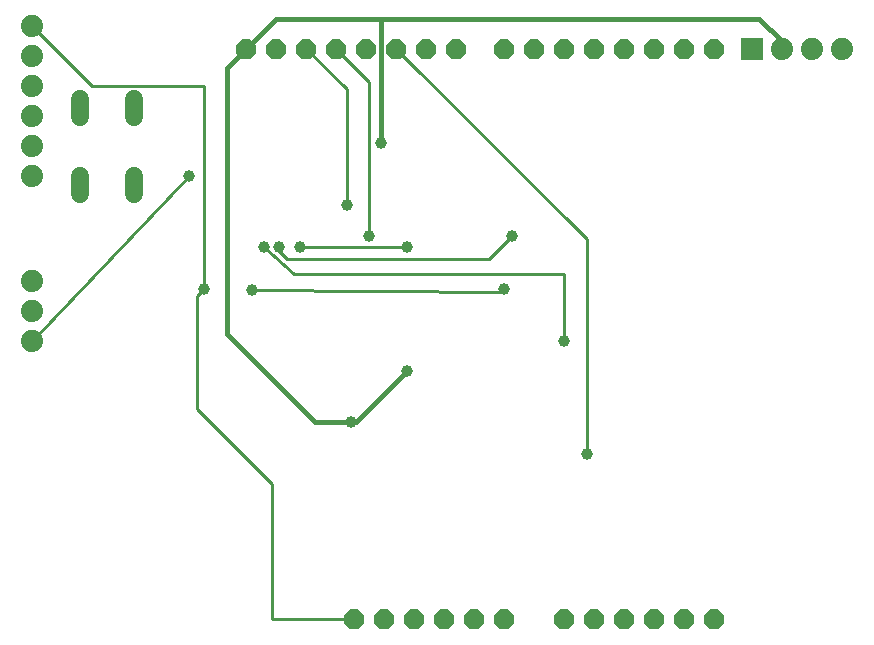
<source format=gbl>
G75*
%MOIN*%
%OFA0B0*%
%FSLAX24Y24*%
%IPPOS*%
%LPD*%
%AMOC8*
5,1,8,0,0,1.08239X$1,22.5*
%
%ADD10R,0.0740X0.0740*%
%ADD11C,0.0740*%
%ADD12C,0.0600*%
%ADD13OC8,0.0660*%
%ADD14C,0.0396*%
%ADD15C,0.0100*%
%ADD16C,0.0160*%
D10*
X026859Y020600D03*
D11*
X027859Y020600D03*
X028859Y020600D03*
X029859Y020600D03*
X002859Y020350D03*
X002859Y019350D03*
X002859Y018350D03*
X002859Y017350D03*
X002859Y016350D03*
X002859Y012850D03*
X002859Y011850D03*
X002859Y010850D03*
X002859Y021350D03*
D12*
X004469Y018930D02*
X004469Y018330D01*
X006249Y018330D02*
X006249Y018930D01*
X006249Y016370D02*
X006249Y015770D01*
X004469Y015770D02*
X004469Y016370D01*
D13*
X010009Y020600D03*
X011009Y020600D03*
X012009Y020600D03*
X013009Y020600D03*
X014009Y020600D03*
X015009Y020600D03*
X016009Y020600D03*
X017009Y020600D03*
X018609Y020600D03*
X019609Y020600D03*
X020609Y020600D03*
X021609Y020600D03*
X022609Y020600D03*
X023609Y020600D03*
X024609Y020600D03*
X025609Y020600D03*
X025609Y001600D03*
X024609Y001600D03*
X023609Y001600D03*
X022609Y001600D03*
X021609Y001600D03*
X020609Y001600D03*
X018609Y001600D03*
X017609Y001600D03*
X016609Y001600D03*
X015609Y001600D03*
X014609Y001600D03*
X013609Y001600D03*
D14*
X021359Y007100D03*
X020609Y010850D03*
X018609Y012600D03*
X018859Y014350D03*
X015359Y014000D03*
X014109Y014350D03*
X013359Y015400D03*
X011809Y014000D03*
X011109Y014000D03*
X010609Y014000D03*
X010209Y012550D03*
X008609Y012600D03*
X008109Y016350D03*
X014509Y017450D03*
X015359Y009850D03*
X013509Y008150D03*
D15*
X010859Y006100D02*
X010859Y001600D01*
X013609Y001600D01*
X010859Y006100D02*
X008359Y008600D01*
X008359Y012350D01*
X008609Y012600D01*
X008609Y019350D01*
X004859Y019350D01*
X002859Y021350D01*
X008109Y016350D02*
X002859Y010850D01*
X010209Y012550D02*
X018509Y012500D01*
X018609Y012600D01*
X018109Y013600D02*
X018859Y014350D01*
X018109Y013600D02*
X011359Y013600D01*
X011109Y013850D01*
X011109Y014000D01*
X010609Y014000D02*
X011609Y013100D01*
X020609Y013100D01*
X020609Y010850D01*
X021359Y014250D02*
X015009Y020600D01*
X014109Y019500D02*
X013009Y020600D01*
X012009Y020600D02*
X013359Y019250D01*
X013359Y015400D01*
X014109Y014350D02*
X014109Y019500D01*
X021359Y014250D02*
X021359Y007100D01*
X015359Y014000D02*
X011809Y014000D01*
D16*
X009359Y011100D02*
X009359Y019950D01*
X010009Y020600D01*
X011009Y021600D01*
X014509Y021600D01*
X014509Y017450D01*
X014509Y021600D02*
X027109Y021600D01*
X027859Y020850D01*
X027859Y020600D01*
X015359Y009850D02*
X013659Y008150D01*
X013509Y008150D01*
X012309Y008150D01*
X009359Y011100D01*
M02*

</source>
